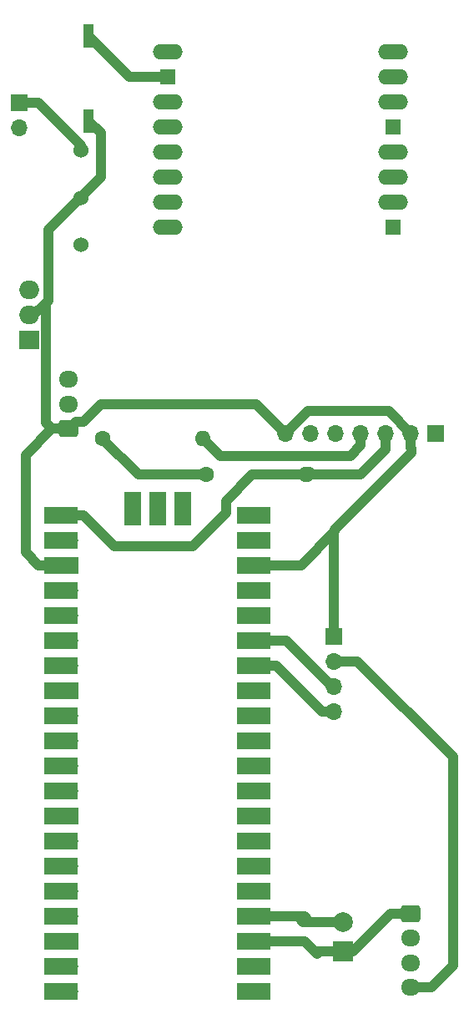
<source format=gtl>
G04 #@! TF.GenerationSoftware,KiCad,Pcbnew,7.0.7*
G04 #@! TF.CreationDate,2024-03-11T23:00:31+01:00*
G04 #@! TF.ProjectId,RocketBoard,526f636b-6574-4426-9f61-72642e6b6963,rev?*
G04 #@! TF.SameCoordinates,Original*
G04 #@! TF.FileFunction,Copper,L1,Top*
G04 #@! TF.FilePolarity,Positive*
%FSLAX46Y46*%
G04 Gerber Fmt 4.6, Leading zero omitted, Abs format (unit mm)*
G04 Created by KiCad (PCBNEW 7.0.7) date 2024-03-11 23:00:31*
%MOMM*%
%LPD*%
G01*
G04 APERTURE LIST*
G04 Aperture macros list*
%AMRoundRect*
0 Rectangle with rounded corners*
0 $1 Rounding radius*
0 $2 $3 $4 $5 $6 $7 $8 $9 X,Y pos of 4 corners*
0 Add a 4 corners polygon primitive as box body*
4,1,4,$2,$3,$4,$5,$6,$7,$8,$9,$2,$3,0*
0 Add four circle primitives for the rounded corners*
1,1,$1+$1,$2,$3*
1,1,$1+$1,$4,$5*
1,1,$1+$1,$6,$7*
1,1,$1+$1,$8,$9*
0 Add four rect primitives between the rounded corners*
20,1,$1+$1,$2,$3,$4,$5,0*
20,1,$1+$1,$4,$5,$6,$7,0*
20,1,$1+$1,$6,$7,$8,$9,0*
20,1,$1+$1,$8,$9,$2,$3,0*%
G04 Aperture macros list end*
G04 #@! TA.AperFunction,ComponentPad*
%ADD10R,2.000000X2.000000*%
G04 #@! TD*
G04 #@! TA.AperFunction,ComponentPad*
%ADD11C,2.000000*%
G04 #@! TD*
G04 #@! TA.AperFunction,ComponentPad*
%ADD12R,1.700000X1.700000*%
G04 #@! TD*
G04 #@! TA.AperFunction,ComponentPad*
%ADD13O,1.700000X1.700000*%
G04 #@! TD*
G04 #@! TA.AperFunction,ComponentPad*
%ADD14RoundRect,0.250000X-0.725000X0.600000X-0.725000X-0.600000X0.725000X-0.600000X0.725000X0.600000X0*%
G04 #@! TD*
G04 #@! TA.AperFunction,ComponentPad*
%ADD15O,1.950000X1.700000*%
G04 #@! TD*
G04 #@! TA.AperFunction,SMDPad,CuDef*
%ADD16R,3.500000X1.700000*%
G04 #@! TD*
G04 #@! TA.AperFunction,SMDPad,CuDef*
%ADD17R,1.700000X3.500000*%
G04 #@! TD*
G04 #@! TA.AperFunction,ComponentPad*
%ADD18RoundRect,0.250000X0.725000X-0.600000X0.725000X0.600000X-0.725000X0.600000X-0.725000X-0.600000X0*%
G04 #@! TD*
G04 #@! TA.AperFunction,ComponentPad*
%ADD19R,1.524000X1.524000*%
G04 #@! TD*
G04 #@! TA.AperFunction,ComponentPad*
%ADD20O,3.048000X1.524000*%
G04 #@! TD*
G04 #@! TA.AperFunction,ComponentPad*
%ADD21C,1.600000*%
G04 #@! TD*
G04 #@! TA.AperFunction,ComponentPad*
%ADD22O,1.600000X1.600000*%
G04 #@! TD*
G04 #@! TA.AperFunction,ComponentPad*
%ADD23C,1.524000*%
G04 #@! TD*
G04 #@! TA.AperFunction,SMDPad,CuDef*
%ADD24R,1.120000X2.440000*%
G04 #@! TD*
G04 #@! TA.AperFunction,ComponentPad*
%ADD25R,2.000000X1.905000*%
G04 #@! TD*
G04 #@! TA.AperFunction,ComponentPad*
%ADD26O,2.000000X1.905000*%
G04 #@! TD*
G04 #@! TA.AperFunction,Conductor*
%ADD27C,1.000000*%
G04 #@! TD*
G04 APERTURE END LIST*
D10*
X133300000Y-138250000D03*
D11*
X133300000Y-135250000D03*
D12*
X132410000Y-106300000D03*
D13*
X132410000Y-108840000D03*
X132410000Y-111380000D03*
X132410000Y-113920000D03*
D14*
X140167500Y-134400000D03*
D15*
X140167500Y-136900000D03*
X140167500Y-139400000D03*
X140167500Y-141900000D03*
D13*
X123390000Y-142280000D03*
D16*
X124290000Y-142280000D03*
D13*
X123390000Y-139740000D03*
D16*
X124290000Y-139740000D03*
D12*
X123390000Y-137200000D03*
D16*
X124290000Y-137200000D03*
D13*
X123390000Y-134660000D03*
D16*
X124290000Y-134660000D03*
D13*
X123390000Y-132120000D03*
D16*
X124290000Y-132120000D03*
D13*
X123390000Y-129580000D03*
D16*
X124290000Y-129580000D03*
D13*
X123390000Y-127040000D03*
D16*
X124290000Y-127040000D03*
D12*
X123390000Y-124500000D03*
D16*
X124290000Y-124500000D03*
D13*
X123390000Y-121960000D03*
D16*
X124290000Y-121960000D03*
D13*
X123390000Y-119420000D03*
D16*
X124290000Y-119420000D03*
D13*
X123390000Y-116880000D03*
D16*
X124290000Y-116880000D03*
D13*
X123390000Y-114340000D03*
D16*
X124290000Y-114340000D03*
D12*
X123390000Y-111800000D03*
D16*
X124290000Y-111800000D03*
D13*
X123390000Y-109260000D03*
D16*
X124290000Y-109260000D03*
D13*
X123390000Y-106720000D03*
D16*
X124290000Y-106720000D03*
D13*
X123390000Y-104180000D03*
D16*
X124290000Y-104180000D03*
D13*
X123390000Y-101640000D03*
D16*
X124290000Y-101640000D03*
D12*
X123390000Y-99100000D03*
D16*
X124290000Y-99100000D03*
D13*
X123390000Y-96560000D03*
D16*
X124290000Y-96560000D03*
D13*
X123390000Y-94020000D03*
D16*
X124290000Y-94020000D03*
D13*
X105610000Y-94020000D03*
D16*
X104710000Y-94020000D03*
D13*
X105610000Y-96560000D03*
D16*
X104710000Y-96560000D03*
D12*
X105610000Y-99100000D03*
D16*
X104710000Y-99100000D03*
D13*
X105610000Y-101640000D03*
D16*
X104710000Y-101640000D03*
D13*
X105610000Y-104180000D03*
D16*
X104710000Y-104180000D03*
D13*
X105610000Y-106720000D03*
D16*
X104710000Y-106720000D03*
D13*
X105610000Y-109260000D03*
D16*
X104710000Y-109260000D03*
D12*
X105610000Y-111800000D03*
D16*
X104710000Y-111800000D03*
D13*
X105610000Y-114340000D03*
D16*
X104710000Y-114340000D03*
D13*
X105610000Y-116880000D03*
D16*
X104710000Y-116880000D03*
D13*
X105610000Y-119420000D03*
D16*
X104710000Y-119420000D03*
D13*
X105610000Y-121960000D03*
D16*
X104710000Y-121960000D03*
D12*
X105610000Y-124500000D03*
D16*
X104710000Y-124500000D03*
D13*
X105610000Y-127040000D03*
D16*
X104710000Y-127040000D03*
D13*
X105610000Y-129580000D03*
D16*
X104710000Y-129580000D03*
D13*
X105610000Y-132120000D03*
D16*
X104710000Y-132120000D03*
D13*
X105610000Y-134660000D03*
D16*
X104710000Y-134660000D03*
D12*
X105610000Y-137200000D03*
D16*
X104710000Y-137200000D03*
D13*
X105610000Y-139740000D03*
D16*
X104710000Y-139740000D03*
D13*
X105610000Y-142280000D03*
D16*
X104710000Y-142280000D03*
D13*
X117040000Y-94250000D03*
D17*
X117040000Y-93350000D03*
D12*
X114500000Y-94250000D03*
D17*
X114500000Y-93350000D03*
D13*
X111960000Y-94250000D03*
D17*
X111960000Y-93350000D03*
D18*
X105500000Y-85250000D03*
D15*
X105500000Y-82750000D03*
X105500000Y-80250000D03*
D19*
X138430000Y-64837500D03*
D20*
X138430000Y-62297500D03*
X138430000Y-59757500D03*
X138430000Y-57217500D03*
D19*
X138430000Y-54677500D03*
D20*
X138430000Y-52137500D03*
X138430000Y-49597500D03*
X138430000Y-47057500D03*
X115570000Y-47057500D03*
D19*
X115570000Y-49597500D03*
D20*
X115570000Y-52137500D03*
X115570000Y-54677500D03*
X115570000Y-57217500D03*
X115570000Y-59757500D03*
X115570000Y-62297500D03*
X115570000Y-64837500D03*
D21*
X119440000Y-89930000D03*
D22*
X129600000Y-89930000D03*
D23*
X106750000Y-57000000D03*
X106750000Y-61850000D03*
X106750000Y-66650000D03*
D12*
X100500000Y-52210000D03*
D13*
X100500000Y-54750000D03*
D24*
X107500000Y-54055000D03*
X107500000Y-45445000D03*
D21*
X108920000Y-86250000D03*
D22*
X119080000Y-86250000D03*
D25*
X101520000Y-76290000D03*
D26*
X101520000Y-73750000D03*
X101520000Y-71210000D03*
D12*
X142740000Y-85750000D03*
D13*
X140200000Y-85750000D03*
X137660000Y-85750000D03*
X135120000Y-85750000D03*
X132580000Y-85750000D03*
X130040000Y-85750000D03*
X127500000Y-85750000D03*
D27*
X144500000Y-139692500D02*
X144500000Y-118550000D01*
X144500000Y-118550000D02*
X134790000Y-108840000D01*
X140167500Y-141900000D02*
X142292500Y-141900000D01*
X134790000Y-108840000D02*
X132410000Y-108840000D01*
X142292500Y-141900000D02*
X144500000Y-139692500D01*
X132410000Y-108840000D02*
X133612081Y-108840000D01*
X124500000Y-82750000D02*
X127500000Y-85750000D01*
X108750000Y-59750000D02*
X103420000Y-65080000D01*
X102450000Y-99100000D02*
X105610000Y-99100000D01*
X132410000Y-95750000D02*
X132471040Y-95688960D01*
X129390000Y-137200000D02*
X123390000Y-137200000D01*
X108750000Y-82750000D02*
X124500000Y-82750000D01*
X101100000Y-87950000D02*
X101100000Y-97750000D01*
X103170000Y-72500000D02*
X103170000Y-84620000D01*
X127500000Y-85750000D02*
X129750000Y-83500000D01*
X103170000Y-84620000D02*
X103800000Y-85250000D01*
X101920000Y-73750000D02*
X103170000Y-72500000D01*
X137950000Y-83500000D02*
X140200000Y-85750000D01*
X108750000Y-55305000D02*
X108750000Y-59750000D01*
X103420000Y-72250000D02*
X103170000Y-72500000D01*
X106950000Y-84550000D02*
X108750000Y-82750000D01*
X107500000Y-54055000D02*
X108750000Y-55305000D01*
X130650000Y-138460000D02*
X130860000Y-138250000D01*
X132471040Y-95508858D02*
X140250000Y-87729898D01*
X138150000Y-134400000D02*
X140167500Y-134400000D01*
X140250000Y-87250000D02*
X140200000Y-87200000D01*
X105500000Y-85250000D02*
X103800000Y-85250000D01*
X103420000Y-65080000D02*
X103420000Y-72250000D01*
X140200000Y-87200000D02*
X140200000Y-85750000D01*
X101100000Y-97750000D02*
X102450000Y-99100000D01*
X140250000Y-87729898D02*
X140250000Y-87250000D01*
X130860000Y-138250000D02*
X134300000Y-138250000D01*
X132471040Y-95688960D02*
X132471040Y-95508858D01*
X105500000Y-85250000D02*
X106200000Y-84550000D01*
X103800000Y-85250000D02*
X101100000Y-87950000D01*
X106200000Y-84550000D02*
X106950000Y-84550000D01*
X123390000Y-99100000D02*
X129060000Y-99100000D01*
X132410000Y-106300000D02*
X132410000Y-95750000D01*
X129060000Y-99100000D02*
X132471040Y-95688960D01*
X130650000Y-138460000D02*
X129390000Y-137200000D01*
X129750000Y-83500000D02*
X137950000Y-83500000D01*
X134300000Y-138250000D02*
X138150000Y-134400000D01*
X101520000Y-73750000D02*
X101920000Y-73750000D01*
X132410000Y-111380000D02*
X132192283Y-111380000D01*
X127532283Y-106720000D02*
X123390000Y-106720000D01*
X132192283Y-111380000D02*
X127532283Y-106720000D01*
X131207919Y-113920000D02*
X126547919Y-109260000D01*
X126547919Y-109260000D02*
X123390000Y-109260000D01*
X132410000Y-113920000D02*
X131207919Y-113920000D01*
X112560000Y-89930000D02*
X108760000Y-86130000D01*
X119440000Y-89930000D02*
X112560000Y-89930000D01*
X123390000Y-142280000D02*
X123605000Y-142495000D01*
X123605000Y-139955000D02*
X123390000Y-139740000D01*
X129290000Y-135250000D02*
X128700000Y-134660000D01*
X123390000Y-134660000D02*
X128700000Y-134660000D01*
X133300000Y-135250000D02*
X129290000Y-135250000D01*
X129390000Y-134660000D02*
X129590000Y-134860000D01*
X128700000Y-134660000D02*
X129390000Y-134660000D01*
X110100000Y-97150000D02*
X118100000Y-97150000D01*
X124120000Y-89930000D02*
X129600000Y-89930000D01*
X121440000Y-92610000D02*
X124120000Y-89930000D01*
X135070000Y-89930000D02*
X137660000Y-87340000D01*
X118100000Y-97150000D02*
X121440000Y-93810000D01*
X121440000Y-93810000D02*
X121440000Y-92610000D01*
X129600000Y-89930000D02*
X135070000Y-89930000D01*
X106970000Y-94020000D02*
X110100000Y-97150000D01*
X137660000Y-87340000D02*
X137660000Y-85750000D01*
X105610000Y-94020000D02*
X106970000Y-94020000D01*
X129600000Y-89930000D02*
X129900000Y-89630000D01*
X135120000Y-85750000D02*
X135120000Y-86952081D01*
X120830000Y-88000000D02*
X119080000Y-86250000D01*
X134072081Y-88000000D02*
X120830000Y-88000000D01*
X135120000Y-86952081D02*
X134072081Y-88000000D01*
X102410000Y-52210000D02*
X106750000Y-56550000D01*
X100500000Y-52210000D02*
X102410000Y-52210000D01*
X106750000Y-56550000D02*
X106750000Y-57000000D01*
X111652500Y-49597500D02*
X107500000Y-45445000D01*
X115570000Y-49597500D02*
X111652500Y-49597500D01*
M02*

</source>
